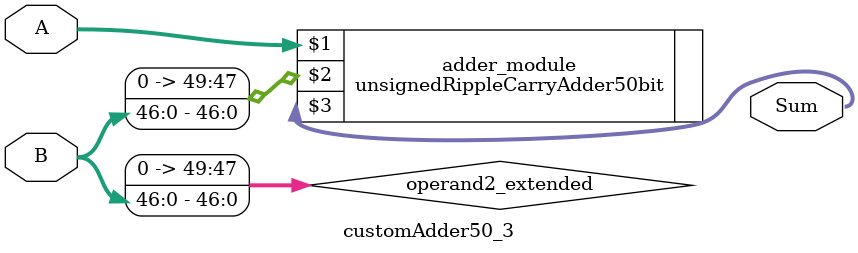
<source format=v>
module customAdder50_3(
                        input [49 : 0] A,
                        input [46 : 0] B,
                        
                        output [50 : 0] Sum
                );

        wire [49 : 0] operand2_extended;
        
        assign operand2_extended =  {3'b0, B};
        
        unsignedRippleCarryAdder50bit adder_module(
            A,
            operand2_extended,
            Sum
        );
        
        endmodule
        
</source>
